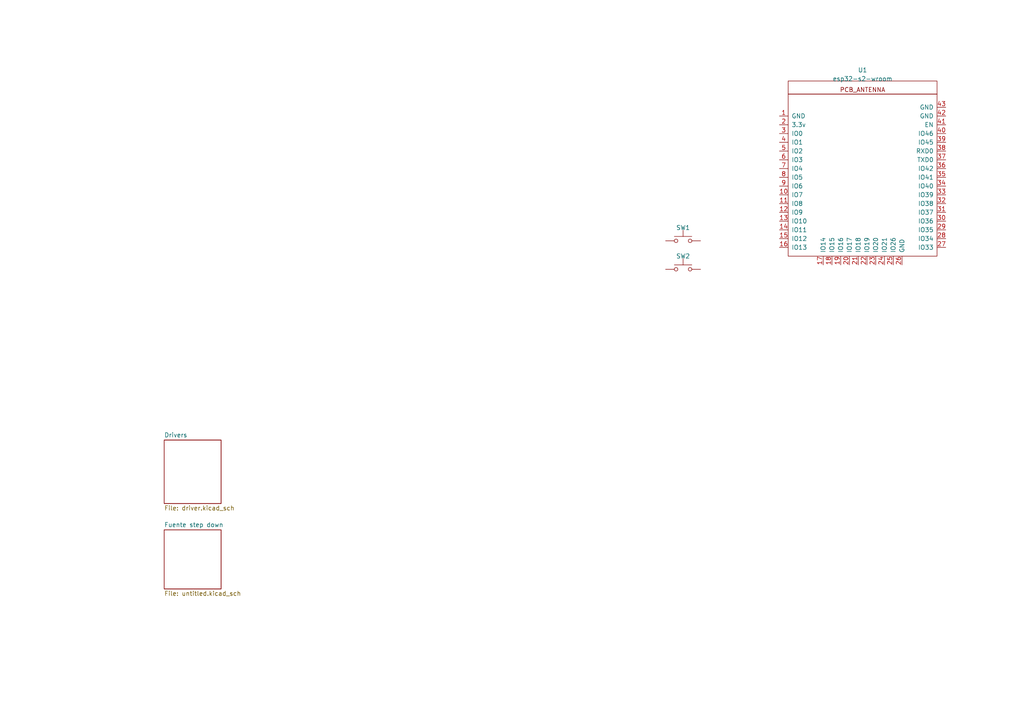
<source format=kicad_sch>
(kicad_sch (version 20230121) (generator eeschema)
  (paper "A4")
  (lib_symbols
    (symbol "EESTN5:SW_Push" (pin_numbers hide) (pin_names (offset 1.016) hide)
      (property "Reference" "SW" (at 1.27 2.54 0))
      (symbol "SW_Push_0_1"
        (circle (center -2.032 0) (radius 0.508))
        (polyline (pts (xy 0 1.27) (xy 0 3.048)))
        (polyline (pts (xy 2.54 1.27) (xy -2.54 1.27)))
        (circle (center 2.032 0) (radius 0.508))
        (pin passive line (at -5.08 0 0) (length 2.54) (name "1") (number "1"))
        (pin passive line (at 5.08 0 180) (length 2.54) (name "2") (number "2"))
      )
    )
    (symbol "EESTN5:esp32-s2-wroom" (pin_names (offset 1.016))
      (property "Reference" "U" (at 0 0 0))
      (property "Value" "esp32-s2-wroom" (at 0 27.94 0))
      (symbol "esp32-s2-wroom_0_0"
        (rectangle (start -22.86 22.86) (end 20.32 -24.13))
        (rectangle (start -22.86 22.86) (end 20.32 26.67))
        (text "PCB_ANTENNA" (at -1.27 24.13 0) (effects (font (size 1.27 1.27))))
      )
      (symbol "esp32-s2-wroom_1_1"
        (pin power_in line (at -25.4 16.51 0) (length 2.4892) (name "GND") (number "1"))
        (pin bidirectional line (at -25.4 -6.35 0) (length 2.4892) (name "IO7") (number "10"))
        (pin bidirectional line (at -25.4 -8.89 0) (length 2.4892) (name "IO8") (number "11"))
        (pin bidirectional line (at -25.4 -11.43 0) (length 2.4892) (name "IO9") (number "12"))
        (pin bidirectional line (at -25.4 -13.97 0) (length 2.4892) (name "IO10") (number "13"))
        (pin bidirectional line (at -25.4 -16.51 0) (length 2.4892) (name "IO11") (number "14"))
        (pin bidirectional line (at -25.4 -19.05 0) (length 2.4892) (name "IO12") (number "15"))
        (pin bidirectional line (at -25.4 -21.59 0) (length 2.4892) (name "IO13") (number "16"))
        (pin bidirectional line (at -12.7 -26.67 90) (length 2.4892) (name "IO14") (number "17"))
        (pin bidirectional line (at -10.16 -26.67 90) (length 2.4892) (name "IO15") (number "18"))
        (pin bidirectional line (at -7.62 -26.67 90) (length 2.4892) (name "IO16") (number "19"))
        (pin power_in line (at -25.4 13.97 0) (length 2.4892) (name "3.3v") (number "2"))
        (pin bidirectional line (at -5.08 -26.67 90) (length 2.4892) (name "IO17") (number "20"))
        (pin bidirectional line (at -2.54 -26.67 90) (length 2.4892) (name "IO18") (number "21"))
        (pin bidirectional line (at 0 -26.67 90) (length 2.4892) (name "IO19") (number "22"))
        (pin bidirectional line (at 2.54 -26.67 90) (length 2.4892) (name "IO20") (number "23"))
        (pin bidirectional line (at 5.08 -26.67 90) (length 2.4892) (name "IO21") (number "24"))
        (pin bidirectional line (at 7.62 -26.67 90) (length 2.4892) (name "IO26") (number "25"))
        (pin power_in line (at 10.16 -26.67 90) (length 2.4892) (name "GND") (number "26"))
        (pin bidirectional line (at 22.86 -21.59 180) (length 2.4892) (name "IO33") (number "27"))
        (pin bidirectional line (at 22.86 -19.05 180) (length 2.4892) (name "IO34") (number "28"))
        (pin bidirectional line (at 22.86 -16.51 180) (length 2.4892) (name "IO35") (number "29"))
        (pin bidirectional line (at -25.4 11.43 0) (length 2.4892) (name "IO0") (number "3"))
        (pin bidirectional line (at 22.86 -13.97 180) (length 2.4892) (name "IO36") (number "30"))
        (pin bidirectional line (at 22.86 -11.43 180) (length 2.4892) (name "IO37") (number "31"))
        (pin bidirectional line (at 22.86 -8.89 180) (length 2.4892) (name "IO38") (number "32"))
        (pin bidirectional line (at 22.86 -6.35 180) (length 2.4892) (name "IO39") (number "33"))
        (pin bidirectional line (at 22.86 -3.81 180) (length 2.4892) (name "IO40") (number "34"))
        (pin bidirectional line (at 22.86 -1.27 180) (length 2.4892) (name "IO41") (number "35"))
        (pin bidirectional line (at 22.86 1.27 180) (length 2.4892) (name "IO42") (number "36"))
        (pin bidirectional line (at 22.86 3.81 180) (length 2.4892) (name "TXD0") (number "37"))
        (pin bidirectional line (at 22.86 6.35 180) (length 2.4892) (name "RXD0") (number "38"))
        (pin bidirectional line (at 22.86 8.89 180) (length 2.4892) (name "IO45") (number "39"))
        (pin bidirectional line (at -25.4 8.89 0) (length 2.4892) (name "IO1") (number "4"))
        (pin bidirectional line (at 22.86 11.43 180) (length 2.4892) (name "IO46") (number "40"))
        (pin bidirectional line (at 22.86 13.97 180) (length 2.4892) (name "EN") (number "41"))
        (pin power_in line (at 22.86 16.51 180) (length 2.4892) (name "GND") (number "42"))
        (pin power_in line (at 22.86 19.05 180) (length 2.4892) (name "GND") (number "43"))
        (pin bidirectional line (at -25.4 6.35 0) (length 2.4892) (name "IO2") (number "5"))
        (pin bidirectional line (at -25.4 3.81 0) (length 2.4892) (name "IO3") (number "6"))
        (pin bidirectional line (at -25.4 1.27 0) (length 2.4892) (name "IO4") (number "7"))
        (pin bidirectional line (at -25.4 -1.27 0) (length 2.4892) (name "IO5") (number "8"))
        (pin bidirectional line (at -25.4 -3.81 0) (length 2.4892) (name "IO6") (number "9"))
      )
    )
  )
  (symbol (lib_id "EESTN5:SW_Push") (at 198.12 69.85 0) (unit 1)
    (property "Reference" "SW1" (at 198.12 66.04 0))
    (property "Value" "SW_Push" (effects hide))
  )
  (symbol (lib_id "EESTN5:esp32-s2-wroom") (at 251.46 50.165 0) (unit 1)
    (property "Reference" "U1" (at 250.19 20.32 0))
    (property "Value" "esp32-s2-wroom" (at 250.19 22.86 0))
  )
  (symbol (lib_id "EESTN5:SW_Push") (at 198.12 78.105 0) (unit 1)
    (property "Reference" "SW2" (at 198.12 74.295 0))
    (property "Value" "SW_Push" (effects hide))
  )
  (sheet (at 47.625 153.67) (size 16.51 17.145) (stroke (width 0.1524))
    (property "Sheetname" "Fuente step down" (at 47.625 152.9584 0) (effects (justify left bottom)))
    (property "Sheetfile" "untitled.kicad_sch" (at 47.625 171.3996 0) (effects (justify left top)))
  )
  (sheet (at 47.625 127.635) (size 16.51 18.415) (stroke (width 0.1524))
    (property "Sheetname" "Drivers" (at 47.625 126.9234 0) (effects (justify left bottom)))
    (property "Sheetfile" "driver.kicad_sch" (at 47.625 146.6346 0) (effects (justify left top)))
  )
)
</source>
